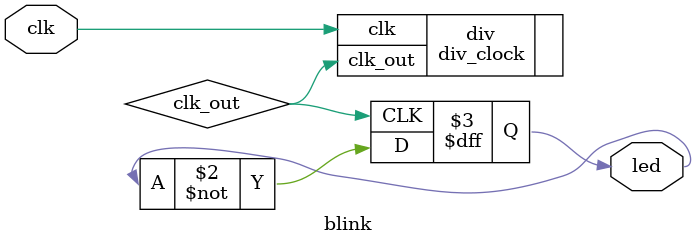
<source format=sv>
module blink(
	input logic clk,
	output logic led
);
	logic clk_out; // fio para o clk out

	div_clock div(.clk(clk), .clk_out(clk_out)); // instância do módulo div_clock
	
	/*
	initial begin
		led = 0;
	end
	*/
	
	
	always @(posedge clk_out) begin // Alterna o estado do led
		led <= ~led;
	
	end
	

endmodule

</source>
